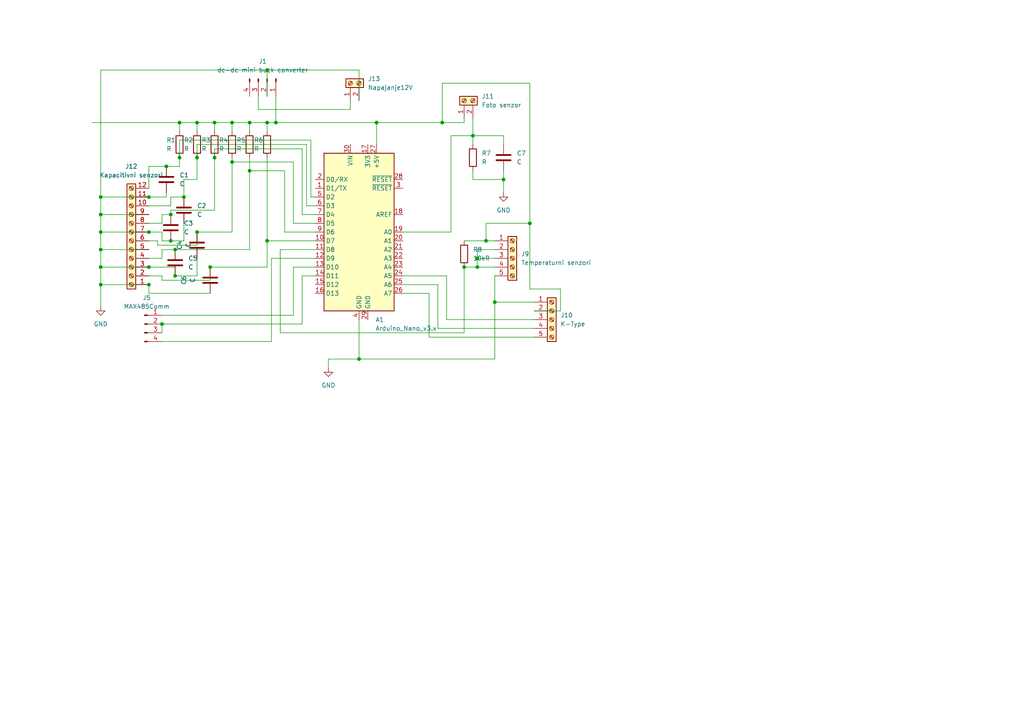
<source format=kicad_sch>
(kicad_sch (version 20230121) (generator eeschema)
  (paper "A4")
  (lib_symbols
    (symbol "Connector:Conn_01x04_Pin" (pin_names (offset 1.016) hide)
      (property "Reference" "J" (at 0 5.08 0))
      (property "Value" "Conn_01x04_Pin" (at 0 -7.62 0))
      (symbol "Conn_01x04_Pin_1_1"
        (polyline (pts (xy 1.27 -5.08) (xy 0.8636 -5.08)) (stroke (width 0.1524)))
        (polyline (pts (xy 1.27 -2.54) (xy 0.8636 -2.54)) (stroke (width 0.1524)))
        (polyline (pts (xy 1.27 0) (xy 0.8636 0)) (stroke (width 0.1524)))
        (polyline (pts (xy 1.27 2.54) (xy 0.8636 2.54)) (stroke (width 0.1524)))
        (rectangle (start 0.8636 -4.953) (end 0 -5.207) (stroke (width 0.1524)) (fill (type outline)))
        (rectangle (start 0.8636 -2.413) (end 0 -2.667) (stroke (width 0.1524)) (fill (type outline)))
        (rectangle (start 0.8636 0.127) (end 0 -0.127) (stroke (width 0.1524)) (fill (type outline)))
        (rectangle (start 0.8636 2.667) (end 0 2.413) (stroke (width 0.1524)) (fill (type outline)))
        (pin passive line (at 5.08 2.54 180) (length 3.81) (name "Pin_1") (number "1"))
        (pin passive line (at 5.08 0 180) (length 3.81) (name "Pin_2") (number "2"))
        (pin passive line (at 5.08 -2.54 180) (length 3.81) (name "Pin_3") (number "3"))
        (pin passive line (at 5.08 -5.08 180) (length 3.81) (name "Pin_4") (number "4"))
      )
    )
    (symbol "Connector:Screw_Terminal_01x02" (pin_names (offset 1.016) hide)
      (property "Reference" "J" (at 0 2.54 0))
      (property "Value" "Screw_Terminal_01x02" (at 0 -5.08 0))
      (symbol "Screw_Terminal_01x02_1_1"
        (rectangle (start -1.27 1.27) (end 1.27 -3.81) (stroke (width 0.254)) (fill (type background)))
        (circle (center 0 -2.54) (radius 0.635) (stroke (width 0.1524)))
        (polyline (pts (xy -0.5334 -2.2098) (xy 0.3302 -3.048)) (stroke (width 0.1524)))
        (polyline (pts (xy -0.5334 0.3302) (xy 0.3302 -0.508)) (stroke (width 0.1524)))
        (polyline (pts (xy -0.3556 -2.032) (xy 0.508 -2.8702)) (stroke (width 0.1524)))
        (polyline (pts (xy -0.3556 0.508) (xy 0.508 -0.3302)) (stroke (width 0.1524)))
        (circle (center 0 0) (radius 0.635) (stroke (width 0.1524)))
        (pin passive line (at -5.08 0 0) (length 3.81) (name "Pin_1") (number "1"))
        (pin passive line (at -5.08 -2.54 0) (length 3.81) (name "Pin_2") (number "2"))
      )
    )
    (symbol "Connector:Screw_Terminal_01x05" (pin_names (offset 1.016) hide)
      (property "Reference" "J" (at 0 7.62 0))
      (property "Value" "Screw_Terminal_01x05" (at 0 -7.62 0))
      (symbol "Screw_Terminal_01x05_1_1"
        (rectangle (start -1.27 6.35) (end 1.27 -6.35) (stroke (width 0.254)) (fill (type background)))
        (circle (center 0 -5.08) (radius 0.635) (stroke (width 0.1524)))
        (circle (center 0 -2.54) (radius 0.635) (stroke (width 0.1524)))
        (polyline (pts (xy -0.5334 -4.7498) (xy 0.3302 -5.588)) (stroke (width 0.1524)))
        (polyline (pts (xy -0.5334 -2.2098) (xy 0.3302 -3.048)) (stroke (width 0.1524)))
        (polyline (pts (xy -0.5334 0.3302) (xy 0.3302 -0.508)) (stroke (width 0.1524)))
        (polyline (pts (xy -0.5334 2.8702) (xy 0.3302 2.032)) (stroke (width 0.1524)))
        (polyline (pts (xy -0.5334 5.4102) (xy 0.3302 4.572)) (stroke (width 0.1524)))
        (polyline (pts (xy -0.3556 -4.572) (xy 0.508 -5.4102)) (stroke (width 0.1524)))
        (polyline (pts (xy -0.3556 -2.032) (xy 0.508 -2.8702)) (stroke (width 0.1524)))
        (polyline (pts (xy -0.3556 0.508) (xy 0.508 -0.3302)) (stroke (width 0.1524)))
        (polyline (pts (xy -0.3556 3.048) (xy 0.508 2.2098)) (stroke (width 0.1524)))
        (polyline (pts (xy -0.3556 5.588) (xy 0.508 4.7498)) (stroke (width 0.1524)))
        (circle (center 0 0) (radius 0.635) (stroke (width 0.1524)))
        (circle (center 0 2.54) (radius 0.635) (stroke (width 0.1524)))
        (circle (center 0 5.08) (radius 0.635) (stroke (width 0.1524)))
        (pin passive line (at -5.08 5.08 0) (length 3.81) (name "Pin_1") (number "1"))
        (pin passive line (at -5.08 2.54 0) (length 3.81) (name "Pin_2") (number "2"))
        (pin passive line (at -5.08 0 0) (length 3.81) (name "Pin_3") (number "3"))
        (pin passive line (at -5.08 -2.54 0) (length 3.81) (name "Pin_4") (number "4"))
        (pin passive line (at -5.08 -5.08 0) (length 3.81) (name "Pin_5") (number "5"))
      )
    )
    (symbol "Connector:Screw_Terminal_01x12" (pin_names (offset 1.016) hide)
      (property "Reference" "J" (at 0 15.24 0))
      (property "Value" "Screw_Terminal_01x12" (at 0 -17.78 0))
      (symbol "Screw_Terminal_01x12_1_1"
        (rectangle (start -1.27 13.97) (end 1.27 -16.51) (stroke (width 0.254)) (fill (type background)))
        (circle (center 0 -15.24) (radius 0.635) (stroke (width 0.1524)))
        (circle (center 0 -12.7) (radius 0.635) (stroke (width 0.1524)))
        (circle (center 0 -10.16) (radius 0.635) (stroke (width 0.1524)))
        (circle (center 0 -7.62) (radius 0.635) (stroke (width 0.1524)))
        (circle (center 0 -5.08) (radius 0.635) (stroke (width 0.1524)))
        (circle (center 0 -2.54) (radius 0.635) (stroke (width 0.1524)))
        (polyline (pts (xy -0.5334 -14.9098) (xy 0.3302 -15.748)) (stroke (width 0.1524)))
        (polyline (pts (xy -0.5334 -12.3698) (xy 0.3302 -13.208)) (stroke (width 0.1524)))
        (polyline (pts (xy -0.5334 -9.8298) (xy 0.3302 -10.668)) (stroke (width 0.1524)))
        (polyline (pts (xy -0.5334 -7.2898) (xy 0.3302 -8.128)) (stroke (width 0.1524)))
        (polyline (pts (xy -0.5334 -4.7498) (xy 0.3302 -5.588)) (stroke (width 0.1524)))
        (polyline (pts (xy -0.5334 -2.2098) (xy 0.3302 -3.048)) (stroke (width 0.1524)))
        (polyline (pts (xy -0.5334 0.3302) (xy 0.3302 -0.508)) (stroke (width 0.1524)))
        (polyline (pts (xy -0.5334 2.8702) (xy 0.3302 2.032)) (stroke (width 0.1524)))
        (polyline (pts (xy -0.5334 5.4102) (xy 0.3302 4.572)) (stroke (width 0.1524)))
        (polyline (pts (xy -0.5334 7.9502) (xy 0.3302 7.112)) (stroke (width 0.1524)))
        (polyline (pts (xy -0.5334 10.4902) (xy 0.3302 9.652)) (stroke (width 0.1524)))
        (polyline (pts (xy -0.5334 13.0302) (xy 0.3302 12.192)) (stroke (width 0.1524)))
        (polyline (pts (xy -0.3556 -14.732) (xy 0.508 -15.5702)) (stroke (width 0.1524)))
        (polyline (pts (xy -0.3556 -12.192) (xy 0.508 -13.0302)) (stroke (width 0.1524)))
        (polyline (pts (xy -0.3556 -9.652) (xy 0.508 -10.4902)) (stroke (width 0.1524)))
        (polyline (pts (xy -0.3556 -7.112) (xy 0.508 -7.9502)) (stroke (width 0.1524)))
        (polyline (pts (xy -0.3556 -4.572) (xy 0.508 -5.4102)) (stroke (width 0.1524)))
        (polyline (pts (xy -0.3556 -2.032) (xy 0.508 -2.8702)) (stroke (width 0.1524)))
        (polyline (pts (xy -0.3556 0.508) (xy 0.508 -0.3302)) (stroke (width 0.1524)))
        (polyline (pts (xy -0.3556 3.048) (xy 0.508 2.2098)) (stroke (width 0.1524)))
        (polyline (pts (xy -0.3556 5.588) (xy 0.508 4.7498)) (stroke (width 0.1524)))
        (polyline (pts (xy -0.3556 8.128) (xy 0.508 7.2898)) (stroke (width 0.1524)))
        (polyline (pts (xy -0.3556 10.668) (xy 0.508 9.8298)) (stroke (width 0.1524)))
        (polyline (pts (xy -0.3556 13.208) (xy 0.508 12.3698)) (stroke (width 0.1524)))
        (circle (center 0 0) (radius 0.635) (stroke (width 0.1524)))
        (circle (center 0 2.54) (radius 0.635) (stroke (width 0.1524)))
        (circle (center 0 5.08) (radius 0.635) (stroke (width 0.1524)))
        (circle (center 0 7.62) (radius 0.635) (stroke (width 0.1524)))
        (circle (center 0 10.16) (radius 0.635) (stroke (width 0.1524)))
        (circle (center 0 12.7) (radius 0.635) (stroke (width 0.1524)))
        (pin passive line (at -5.08 12.7 0) (length 3.81) (name "Pin_1") (number "1"))
        (pin passive line (at -5.08 -10.16 0) (length 3.81) (name "Pin_10") (number "10"))
        (pin passive line (at -5.08 -12.7 0) (length 3.81) (name "Pin_11") (number "11"))
        (pin passive line (at -5.08 -15.24 0) (length 3.81) (name "Pin_12") (number "12"))
        (pin passive line (at -5.08 10.16 0) (length 3.81) (name "Pin_2") (number "2"))
        (pin passive line (at -5.08 7.62 0) (length 3.81) (name "Pin_3") (number "3"))
        (pin passive line (at -5.08 5.08 0) (length 3.81) (name "Pin_4") (number "4"))
        (pin passive line (at -5.08 2.54 0) (length 3.81) (name "Pin_5") (number "5"))
        (pin passive line (at -5.08 0 0) (length 3.81) (name "Pin_6") (number "6"))
        (pin passive line (at -5.08 -2.54 0) (length 3.81) (name "Pin_7") (number "7"))
        (pin passive line (at -5.08 -5.08 0) (length 3.81) (name "Pin_8") (number "8"))
        (pin passive line (at -5.08 -7.62 0) (length 3.81) (name "Pin_9") (number "9"))
      )
    )
    (symbol "Device:C" (pin_numbers hide) (pin_names (offset 0.254))
      (property "Reference" "C" (at 0.635 2.54 0))
      (property "Value" "C" (at 0.635 -2.54 0))
      (symbol "C_0_1"
        (polyline (pts (xy -2.032 -0.762) (xy 2.032 -0.762)) (stroke (width 0.508)))
        (polyline (pts (xy -2.032 0.762) (xy 2.032 0.762)) (stroke (width 0.508)))
      )
      (symbol "C_1_1"
        (pin passive line (at 0 3.81 270) (length 2.794) (name "~") (number "1"))
        (pin passive line (at 0 -3.81 90) (length 2.794) (name "~") (number "2"))
      )
    )
    (symbol "Device:R" (pin_numbers hide) (pin_names (offset 0))
      (property "Reference" "R" (at 2.032 0 90))
      (property "Value" "R" (at 0 0 90))
      (symbol "R_0_1"
        (rectangle (start -1.016 -2.54) (end 1.016 2.54) (stroke (width 0.254)))
      )
      (symbol "R_1_1"
        (pin passive line (at 0 3.81 270) (length 1.27) (name "~") (number "1"))
        (pin passive line (at 0 -3.81 90) (length 1.27) (name "~") (number "2"))
      )
    )
    (symbol "MCU_Module:Arduino_Nano_v3.x"
      (property "Reference" "A" (at -10.16 23.495 0))
      (property "Value" "Arduino_Nano_v3.x" (at 5.08 -24.13 0))
      (symbol "Arduino_Nano_v3.x_0_1"
        (rectangle (start -10.16 22.86) (end 10.16 -22.86) (stroke (width 0.254)) (fill (type background)))
      )
      (symbol "Arduino_Nano_v3.x_1_1"
        (pin bidirectional line (at -12.7 12.7 0) (length 2.54) (name "D1/TX") (number "1"))
        (pin bidirectional line (at -12.7 -2.54 0) (length 2.54) (name "D7") (number "10"))
        (pin bidirectional line (at -12.7 -5.08 0) (length 2.54) (name "D8") (number "11"))
        (pin bidirectional line (at -12.7 -7.62 0) (length 2.54) (name "D9") (number "12"))
        (pin bidirectional line (at -12.7 -10.16 0) (length 2.54) (name "D10") (number "13"))
        (pin bidirectional line (at -12.7 -12.7 0) (length 2.54) (name "D11") (number "14"))
        (pin bidirectional line (at -12.7 -15.24 0) (length 2.54) (name "D12") (number "15"))
        (pin bidirectional line (at -12.7 -17.78 0) (length 2.54) (name "D13") (number "16"))
        (pin power_out line (at 2.54 25.4 270) (length 2.54) (name "3V3") (number "17"))
        (pin input line (at 12.7 5.08 180) (length 2.54) (name "AREF") (number "18"))
        (pin bidirectional line (at 12.7 0 180) (length 2.54) (name "A0") (number "19"))
        (pin bidirectional line (at -12.7 15.24 0) (length 2.54) (name "D0/RX") (number "2"))
        (pin bidirectional line (at 12.7 -2.54 180) (length 2.54) (name "A1") (number "20"))
        (pin bidirectional line (at 12.7 -5.08 180) (length 2.54) (name "A2") (number "21"))
        (pin bidirectional line (at 12.7 -7.62 180) (length 2.54) (name "A3") (number "22"))
        (pin bidirectional line (at 12.7 -10.16 180) (length 2.54) (name "A4") (number "23"))
        (pin bidirectional line (at 12.7 -12.7 180) (length 2.54) (name "A5") (number "24"))
        (pin bidirectional line (at 12.7 -15.24 180) (length 2.54) (name "A6") (number "25"))
        (pin bidirectional line (at 12.7 -17.78 180) (length 2.54) (name "A7") (number "26"))
        (pin power_out line (at 5.08 25.4 270) (length 2.54) (name "+5V") (number "27"))
        (pin input line (at 12.7 15.24 180) (length 2.54) (name "~{RESET}") (number "28"))
        (pin power_in line (at 2.54 -25.4 90) (length 2.54) (name "GND") (number "29"))
        (pin input line (at 12.7 12.7 180) (length 2.54) (name "~{RESET}") (number "3"))
        (pin power_in line (at -2.54 25.4 270) (length 2.54) (name "VIN") (number "30"))
        (pin power_in line (at 0 -25.4 90) (length 2.54) (name "GND") (number "4"))
        (pin bidirectional line (at -12.7 10.16 0) (length 2.54) (name "D2") (number "5"))
        (pin bidirectional line (at -12.7 7.62 0) (length 2.54) (name "D3") (number "6"))
        (pin bidirectional line (at -12.7 5.08 0) (length 2.54) (name "D4") (number "7"))
        (pin bidirectional line (at -12.7 2.54 0) (length 2.54) (name "D5") (number "8"))
        (pin bidirectional line (at -12.7 0 0) (length 2.54) (name "D6") (number "9"))
      )
    )
    (symbol "power:GND" (power) (pin_names (offset 0))
      (property "Value" "GND" (at 0 -3.81 0))
      (symbol "GND_0_1"
        (polyline (pts (xy 0 0) (xy 0 -1.27) (xy 1.27 -1.27) (xy 0 -2.54) (xy -1.27 -1.27) (xy 0 -1.27)))
      )
      (symbol "GND_1_1"
        (pin power_in line (at 0 0 270) (length 0) hide (name "GND") (number "1"))
      )
    )
  )
  (junction (at 137.16 39.37))
  (junction (at 72.39 35.56))
  (junction (at 104.14 104.14))
  (junction (at 48.26 48.26))
  (junction (at 29.21 67.31))
  (junction (at 43.18 67.31))
  (junction (at 46.99 93.98))
  (junction (at 60.96 77.47))
  (junction (at 138.43 77.47))
  (junction (at 80.01 35.56))
  (junction (at 49.53 62.23))
  (junction (at 49.53 69.85))
  (junction (at 50.8 80.01))
  (junction (at 62.23 45.72))
  (junction (at 29.21 72.39))
  (junction (at 128.27 35.56))
  (junction (at 143.51 87.63))
  (junction (at 57.15 45.72))
  (junction (at 134.62 77.47))
  (junction (at 62.23 35.56))
  (junction (at 50.8 72.39))
  (junction (at 57.15 35.56))
  (junction (at 29.21 62.23))
  (junction (at 43.18 57.15))
  (junction (at 77.47 69.85))
  (junction (at 146.05 52.07))
  (junction (at 77.47 20.32))
  (junction (at 72.39 49.53))
  (junction (at 29.21 57.15))
  (junction (at 67.31 35.56))
  (junction (at 57.15 67.31))
  (junction (at 53.34 57.15))
  (junction (at 67.31 46.99))
  (junction (at 109.22 35.56))
  (junction (at 153.67 64.77))
  (junction (at 43.18 82.55))
  (junction (at 43.18 77.47))
  (junction (at 29.21 82.55))
  (junction (at 52.07 45.72))
  (junction (at 77.47 35.56))
  (junction (at 138.43 74.93))
  (junction (at 140.97 69.85))
  (junction (at 52.07 35.56))
  (junction (at 29.21 77.47))
  (wire (pts (xy 109.22 35.56) (xy 80.01 35.56)))
  (wire (pts (xy 57.15 71.12) (xy 45.72 71.12)))
  (wire (pts (xy 87.63 62.23) (xy 91.44 62.23)))
  (wire (pts (xy 67.31 35.56) (xy 72.39 35.56)))
  (wire (pts (xy 140.97 69.85) (xy 143.51 69.85)))
  (wire (pts (xy 124.46 85.09) (xy 124.46 97.79)))
  (wire (pts (xy 53.34 52.07) (xy 57.15 52.07)))
  (wire (pts (xy 67.31 46.99) (xy 85.09 46.99)))
  (wire (pts (xy 153.67 83.82) (xy 162.56 83.82)))
  (wire (pts (xy 85.09 91.44) (xy 85.09 77.47)))
  (wire (pts (xy 77.47 20.32) (xy 77.47 27.94)))
  (wire (pts (xy 62.23 60.96) (xy 49.53 60.96)))
  (wire (pts (xy 50.8 80.01) (xy 50.8 77.47)))
  (wire (pts (xy 60.96 77.47) (xy 60.96 81.28)))
  (wire (pts (xy 138.43 74.93) (xy 143.51 74.93)))
  (wire (pts (xy 62.23 45.72) (xy 62.23 60.96)))
  (wire (pts (xy 82.55 49.53) (xy 72.39 49.53)))
  (wire (pts (xy 109.22 41.91) (xy 109.22 35.56)))
  (wire (pts (xy 62.23 45.72) (xy 62.23 43.18)))
  (wire (pts (xy 88.9 41.91) (xy 88.9 59.69)))
  (wire (pts (xy 104.14 104.14) (xy 95.25 104.14)))
  (wire (pts (xy 43.18 54.61) (xy 43.18 48.26)))
  (wire (pts (xy 43.18 85.09) (xy 43.18 82.55)))
  (wire (pts (xy 78.74 99.06) (xy 78.74 74.93)))
  (wire (pts (xy 57.15 45.72) (xy 57.15 41.91)))
  (wire (pts (xy 146.05 39.37) (xy 146.05 41.91)))
  (wire (pts (xy 57.15 80.01) (xy 50.8 80.01)))
  (wire (pts (xy 53.34 64.77) (xy 53.34 69.85)))
  (wire (pts (xy 138.43 77.47) (xy 143.51 77.47)))
  (wire (pts (xy 137.16 52.07) (xy 146.05 52.07)))
  (wire (pts (xy 57.15 67.31) (xy 57.15 71.12)))
  (wire (pts (xy 46.99 62.23) (xy 46.99 64.77)))
  (wire (pts (xy 128.27 24.13) (xy 153.67 24.13)))
  (wire (pts (xy 124.46 97.79) (xy 154.94 97.79)))
  (wire (pts (xy 104.14 20.32) (xy 104.14 29.21)))
  (wire (pts (xy 45.72 71.12) (xy 45.72 69.85)))
  (wire (pts (xy 109.22 35.56) (xy 128.27 35.56)))
  (wire (pts (xy 134.62 96.52) (xy 134.62 77.47)))
  (wire (pts (xy 29.21 20.32) (xy 29.21 57.15)))
  (wire (pts (xy 82.55 67.31) (xy 82.55 49.53)))
  (wire (pts (xy 57.15 35.56) (xy 62.23 35.56)))
  (wire (pts (xy 74.93 27.94) (xy 74.93 31.75)))
  (wire (pts (xy 137.16 39.37) (xy 146.05 39.37)))
  (wire (pts (xy 78.74 74.93) (xy 91.44 74.93)))
  (wire (pts (xy 46.99 72.39) (xy 46.99 74.93)))
  (wire (pts (xy 134.62 35.56) (xy 134.62 34.29)))
  (wire (pts (xy 67.31 35.56) (xy 67.31 38.1)))
  (wire (pts (xy 154.94 92.71) (xy 129.54 92.71)))
  (wire (pts (xy 90.17 57.15) (xy 91.44 57.15)))
  (wire (pts (xy 137.16 49.53) (xy 137.16 52.07)))
  (wire (pts (xy 128.27 35.56) (xy 128.27 24.13)))
  (wire (pts (xy 67.31 67.31) (xy 57.15 67.31)))
  (wire (pts (xy 81.28 96.52) (xy 134.62 96.52)))
  (wire (pts (xy 74.93 31.75) (xy 101.6 31.75)))
  (wire (pts (xy 57.15 35.56) (xy 57.15 38.1)))
  (wire (pts (xy 46.99 81.28) (xy 46.99 80.01)))
  (wire (pts (xy 49.53 60.96) (xy 49.53 62.23)))
  (wire (pts (xy 162.56 90.17) (xy 154.94 90.17)))
  (wire (pts (xy 72.39 72.39) (xy 72.39 49.53)))
  (wire (pts (xy 77.47 69.85) (xy 77.47 45.72)))
  (wire (pts (xy 46.99 69.85) (xy 49.53 69.85)))
  (wire (pts (xy 116.84 85.09) (xy 124.46 85.09)))
  (wire (pts (xy 50.8 72.39) (xy 72.39 72.39)))
  (wire (pts (xy 95.25 104.14) (xy 95.25 106.68)))
  (wire (pts (xy 88.9 59.69) (xy 91.44 59.69)))
  (wire (pts (xy 29.21 62.23) (xy 43.18 62.23)))
  (wire (pts (xy 43.18 48.26) (xy 48.26 48.26)))
  (wire (pts (xy 52.07 35.56) (xy 57.15 35.56)))
  (wire (pts (xy 46.99 80.01) (xy 43.18 80.01)))
  (wire (pts (xy 57.15 41.91) (xy 88.9 41.91)))
  (wire (pts (xy 62.23 35.56) (xy 62.23 38.1)))
  (wire (pts (xy 140.97 64.77) (xy 140.97 69.85)))
  (wire (pts (xy 29.21 62.23) (xy 29.21 67.31)))
  (wire (pts (xy 52.07 45.72) (xy 52.07 40.64)))
  (wire (pts (xy 154.94 95.25) (xy 127 95.25)))
  (wire (pts (xy 46.99 64.77) (xy 43.18 64.77)))
  (wire (pts (xy 72.39 35.56) (xy 72.39 38.1)))
  (wire (pts (xy 53.34 57.15) (xy 53.34 52.07)))
  (wire (pts (xy 29.21 72.39) (xy 43.18 72.39)))
  (wire (pts (xy 62.23 43.18) (xy 87.63 43.18)))
  (wire (pts (xy 134.62 69.85) (xy 140.97 69.85)))
  (wire (pts (xy 87.63 93.98) (xy 87.63 80.01)))
  (wire (pts (xy 146.05 52.07) (xy 146.05 49.53)))
  (wire (pts (xy 80.01 35.56) (xy 77.47 35.56)))
  (wire (pts (xy 29.21 20.32) (xy 77.47 20.32)))
  (wire (pts (xy 77.47 77.47) (xy 77.47 69.85)))
  (wire (pts (xy 46.99 74.93) (xy 43.18 74.93)))
  (wire (pts (xy 138.43 74.93) (xy 138.43 72.39)))
  (wire (pts (xy 49.53 57.15) (xy 49.53 59.69)))
  (wire (pts (xy 81.28 72.39) (xy 81.28 96.52)))
  (wire (pts (xy 57.15 74.93) (xy 57.15 80.01)))
  (wire (pts (xy 62.23 35.56) (xy 67.31 35.56)))
  (wire (pts (xy 85.09 64.77) (xy 85.09 46.99)))
  (wire (pts (xy 162.56 83.82) (xy 162.56 90.17)))
  (wire (pts (xy 91.44 72.39) (xy 81.28 72.39)))
  (wire (pts (xy 46.99 91.44) (xy 85.09 91.44)))
  (wire (pts (xy 130.81 39.37) (xy 137.16 39.37)))
  (wire (pts (xy 87.63 80.01) (xy 91.44 80.01)))
  (wire (pts (xy 80.01 27.94) (xy 80.01 35.56)))
  (wire (pts (xy 153.67 64.77) (xy 140.97 64.77)))
  (wire (pts (xy 134.62 77.47) (xy 138.43 77.47)))
  (wire (pts (xy 77.47 35.56) (xy 77.47 38.1)))
  (wire (pts (xy 143.51 87.63) (xy 154.94 87.63)))
  (wire (pts (xy 52.07 48.26) (xy 52.07 45.72)))
  (wire (pts (xy 72.39 35.56) (xy 77.47 35.56)))
  (wire (pts (xy 72.39 49.53) (xy 72.39 45.72)))
  (wire (pts (xy 138.43 77.47) (xy 138.43 74.93)))
  (wire (pts (xy 137.16 34.29) (xy 137.16 39.37)))
  (wire (pts (xy 48.26 55.88) (xy 48.26 57.15)))
  (wire (pts (xy 85.09 77.47) (xy 91.44 77.47)))
  (wire (pts (xy 87.63 43.18) (xy 87.63 62.23)))
  (wire (pts (xy 101.6 31.75) (xy 101.6 29.21)))
  (wire (pts (xy 143.51 87.63) (xy 143.51 104.14)))
  (wire (pts (xy 60.96 77.47) (xy 77.47 77.47)))
  (wire (pts (xy 91.44 67.31) (xy 82.55 67.31)))
  (wire (pts (xy 29.21 67.31) (xy 43.18 67.31)))
  (wire (pts (xy 29.21 57.15) (xy 43.18 57.15)))
  (wire (pts (xy 143.51 80.01) (xy 143.51 87.63)))
  (wire (pts (xy 29.21 72.39) (xy 29.21 77.47)))
  (wire (pts (xy 46.99 99.06) (xy 78.74 99.06)))
  (wire (pts (xy 67.31 46.99) (xy 67.31 67.31)))
  (wire (pts (xy 146.05 52.07) (xy 146.05 55.88)))
  (wire (pts (xy 29.21 82.55) (xy 43.18 82.55)))
  (wire (pts (xy 53.34 57.15) (xy 49.53 57.15)))
  (wire (pts (xy 29.21 67.31) (xy 29.21 72.39)))
  (wire (pts (xy 43.18 67.31) (xy 46.99 67.31)))
  (wire (pts (xy 45.72 69.85) (xy 43.18 69.85)))
  (wire (pts (xy 46.99 93.98) (xy 87.63 93.98)))
  (wire (pts (xy 116.84 80.01) (xy 129.54 80.01)))
  (wire (pts (xy 137.16 39.37) (xy 137.16 41.91)))
  (wire (pts (xy 130.81 67.31) (xy 130.81 39.37)))
  (wire (pts (xy 104.14 92.71) (xy 104.14 104.14)))
  (wire (pts (xy 48.26 48.26) (xy 52.07 48.26)))
  (wire (pts (xy 153.67 64.77) (xy 153.67 83.82)))
  (wire (pts (xy 46.99 93.98) (xy 46.99 96.52)))
  (wire (pts (xy 52.07 40.64) (xy 90.17 40.64)))
  (wire (pts (xy 60.96 81.28) (xy 46.99 81.28)))
  (wire (pts (xy 127 95.25) (xy 127 82.55)))
  (wire (pts (xy 153.67 24.13) (xy 153.67 64.77)))
  (wire (pts (xy 43.18 77.47) (xy 50.8 77.47)))
  (wire (pts (xy 49.53 62.23) (xy 46.99 62.23)))
  (wire (pts (xy 116.84 82.55) (xy 127 82.55)))
  (wire (pts (xy 57.15 52.07) (xy 57.15 45.72)))
  (wire (pts (xy 26.67 35.56) (xy 52.07 35.56)))
  (wire (pts (xy 29.21 77.47) (xy 29.21 82.55)))
  (wire (pts (xy 143.51 104.14) (xy 104.14 104.14)))
  (wire (pts (xy 53.34 69.85) (xy 49.53 69.85)))
  (wire (pts (xy 67.31 45.72) (xy 67.31 46.99)))
  (wire (pts (xy 91.44 64.77) (xy 85.09 64.77)))
  (wire (pts (xy 129.54 92.71) (xy 129.54 80.01)))
  (wire (pts (xy 29.21 77.47) (xy 43.18 77.47)))
  (wire (pts (xy 60.96 85.09) (xy 43.18 85.09)))
  (wire (pts (xy 138.43 72.39) (xy 143.51 72.39)))
  (wire (pts (xy 77.47 20.32) (xy 104.14 20.32)))
  (wire (pts (xy 29.21 57.15) (xy 29.21 62.23)))
  (wire (pts (xy 29.21 82.55) (xy 29.21 88.9)))
  (wire (pts (xy 77.47 69.85) (xy 91.44 69.85)))
  (wire (pts (xy 90.17 40.64) (xy 90.17 57.15)))
  (wire (pts (xy 43.18 57.15) (xy 48.26 57.15)))
  (wire (pts (xy 49.53 59.69) (xy 43.18 59.69)))
  (wire (pts (xy 116.84 67.31) (xy 130.81 67.31)))
  (wire (pts (xy 50.8 72.39) (xy 46.99 72.39)))
  (wire (pts (xy 46.99 67.31) (xy 46.99 69.85)))
  (wire (pts (xy 52.07 35.56) (xy 52.07 38.1)))
  (wire (pts (xy 128.27 35.56) (xy 134.62 35.56)))
  (symbol (lib_id "Device:R") (at 52.07 41.91 180) (unit 1)
    (property "Reference" "R1" (at 48.26 40.64 0) (effects (justify right)))
    (property "Value" "R" (at 48.26 43.18 0) (effects (justify right)))
    (property "Footprint" "Resistor_THT:R_Axial_DIN0207_L6.3mm_D2.5mm_P10.16mm_Horizontal" (effects hide))
  )
  (symbol (lib_id "Connector:Conn_01x04_Pin") (at 41.91 93.98 0) (unit 1)
    (property "Reference" "J5" (at 42.545 86.36 0))
    (property "Value" "MAX485Comm" (at 42.545 88.9 0))
    (property "Footprint" "Connector_PinHeader_2.54mm:PinHeader_1x04_P2.54mm_Vertical" (effects hide))
  )
  (symbol (lib_id "power:GND") (at 146.05 55.88 0) (unit 1)
    (property "Reference" "#PWR03" (effects hide))
    (property "Value" "GND" (at 146.05 60.96 0))
  )
  (symbol (lib_id "Device:R") (at 77.47 41.91 180) (unit 1)
    (property "Reference" "R6" (at 73.66 40.64 0) (effects (justify right)))
    (property "Value" "R" (at 73.66 43.18 0) (effects (justify right)))
    (property "Footprint" "Resistor_THT:R_Axial_DIN0207_L6.3mm_D2.5mm_P10.16mm_Horizontal" (effects hide))
  )
  (symbol (lib_id "Device:R") (at 57.15 41.91 180) (unit 1)
    (property "Reference" "R2" (at 53.34 40.64 0) (effects (justify right)))
    (property "Value" "R" (at 53.34 43.18 0) (effects (justify right)))
    (property "Footprint" "Resistor_THT:R_Axial_DIN0207_L6.3mm_D2.5mm_P10.16mm_Horizontal" (effects hide))
  )
  (symbol (lib_id "Device:R") (at 134.62 73.66 0) (unit 1)
    (property "Reference" "R8" (at 137.16 72.39 0) (effects (justify left)))
    (property "Value" "10kR" (at 137.16 74.93 0) (effects (justify left)))
    (property "Footprint" "Resistor_THT:R_Axial_DIN0207_L6.3mm_D2.5mm_P10.16mm_Horizontal" (effects hide))
  )
  (symbol (lib_id "Connector:Screw_Terminal_01x12") (at 38.1 69.85 180) (unit 1)
    (property "Reference" "J12" (at 38.1 48.26 0))
    (property "Value" "Kapacitivni senzori" (at 38.1 50.8 0))
    (property "Footprint" "TerminalBlock_Phoenix:TerminalBlock_Phoenix_MKDS-3-12-5.08_1x12_P5.08mm_Horizontal" (effects hide))
  )
  (symbol (lib_id "Device:C") (at 50.8 76.2 180) (unit 1)
    (property "Reference" "C5" (at 54.61 74.93 0) (effects (justify right)))
    (property "Value" "C" (at 54.61 77.47 0) (effects (justify right)))
    (property "Footprint" "Capacitor_THT:CP_Radial_D5.0mm_P2.00mm" (effects hide))
  )
  (symbol (lib_id "Device:R") (at 67.31 41.91 180) (unit 1)
    (property "Reference" "R4" (at 63.5 40.64 0) (effects (justify right)))
    (property "Value" "R" (at 63.5 43.18 0) (effects (justify right)))
    (property "Footprint" "Resistor_THT:R_Axial_DIN0207_L6.3mm_D2.5mm_P10.16mm_Horizontal" (effects hide))
  )
  (symbol (lib_id "power:GND") (at 29.21 88.9 0) (unit 1)
    (property "Reference" "#PWR01" (effects hide))
    (property "Value" "GND" (at 29.21 93.98 0))
  )
  (symbol (lib_id "Connector:Conn_01x04_Pin") (at 77.47 22.86 270) (unit 1)
    (property "Reference" "J1" (at 76.2 17.78 90))
    (property "Value" "dc-dc mini buck converter" (at 76.2 20.32 90))
    (property "Footprint" "Connector_PinHeader_2.54mm:PinHeader_1x04_P2.54mm_Vertical" (effects hide))
  )
  (symbol (lib_id "Device:R") (at 72.39 41.91 180) (unit 1)
    (property "Reference" "R5" (at 68.58 40.64 0) (effects (justify right)))
    (property "Value" "R" (at 68.58 43.18 0) (effects (justify right)))
    (property "Footprint" "Resistor_THT:R_Axial_DIN0207_L6.3mm_D2.5mm_P10.16mm_Horizontal" (effects hide))
  )
  (symbol (lib_id "Connector:Screw_Terminal_01x02") (at 134.62 29.21 90) (unit 1)
    (property "Reference" "J11" (at 139.7 27.94 90) (effects (justify right)))
    (property "Value" "Foto senzor" (at 139.7 30.48 90) (effects (justify right)))
    (property "Footprint" "TerminalBlock_Phoenix:TerminalBlock_Phoenix_MKDS-1,5-2_1x02_P5.00mm_Horizontal" (effects hide))
  )
  (symbol (lib_id "power:GND") (at 95.25 106.68 0) (unit 1)
    (property "Reference" "#PWR02" (effects hide))
    (property "Value" "GND" (at 95.25 111.76 0))
  )
  (symbol (lib_id "Connector:Screw_Terminal_01x02") (at 101.6 24.13 90) (unit 1)
    (property "Reference" "J13" (at 106.68 22.86 90) (effects (justify right)))
    (property "Value" "Napajanje12V" (at 106.68 25.4 90) (effects (justify right)))
    (property "Footprint" "TerminalBlock_Phoenix:TerminalBlock_Phoenix_MKDS-1,5-2_1x02_P5.00mm_Horizontal" (effects hide))
  )
  (symbol (lib_id "Device:C") (at 48.26 52.07 180) (unit 1)
    (property "Reference" "C1" (at 52.07 50.8 0) (effects (justify right)))
    (property "Value" "C" (at 52.07 53.34 0) (effects (justify right)))
    (property "Footprint" "Capacitor_THT:CP_Radial_D5.0mm_P2.00mm" (effects hide))
  )
  (symbol (lib_id "Connector:Screw_Terminal_01x05") (at 160.02 92.71 0) (unit 1)
    (property "Reference" "J10" (at 162.56 91.44 0) (effects (justify left)))
    (property "Value" "K-Type" (at 162.56 93.98 0) (effects (justify left)))
    (property "Footprint" "TerminalBlock_Phoenix:TerminalBlock_Phoenix_MKDS-1,5-5_1x05_P5.00mm_Horizontal" (effects hide))
  )
  (symbol (lib_id "MCU_Module:Arduino_Nano_v3.x") (at 104.14 67.31 0) (unit 1)
    (property "Reference" "A1" (at 108.8741 92.71 0) (effects (justify left)))
    (property "Value" "Arduino_Nano_v3.x" (at 108.8741 95.25 0) (effects (justify left)))
    (property "Footprint" "Module:Arduino_Nano" (effects hide))
    (property "Datasheet" "http://www.mouser.com/pdfdocs/Gravitech_Arduino_Nano3_0.pdf" (effects hide))
  )
  (symbol (lib_id "Device:C") (at 53.34 60.96 180) (unit 1)
    (property "Reference" "C2" (at 57.15 59.69 0) (effects (justify right)))
    (property "Value" "C" (at 57.15 62.23 0) (effects (justify right)))
    (property "Footprint" "Capacitor_THT:CP_Radial_D5.0mm_P2.00mm" (effects hide))
  )
  (symbol (lib_id "Device:R") (at 137.16 45.72 0) (unit 1)
    (property "Reference" "R7" (at 139.7 44.45 0) (effects (justify left)))
    (property "Value" "R" (at 139.7 46.99 0) (effects (justify left)))
    (property "Footprint" "Resistor_THT:R_Axial_DIN0207_L6.3mm_D2.5mm_P10.16mm_Horizontal" (effects hide))
  )
  (symbol (lib_id "Device:C") (at 146.05 45.72 0) (unit 1)
    (property "Reference" "C7" (at 149.86 44.45 0) (effects (justify left)))
    (property "Value" "C" (at 149.86 46.99 0) (effects (justify left)))
    (property "Footprint" "Capacitor_THT:CP_Radial_D5.0mm_P2.00mm" (effects hide))
  )
  (symbol (lib_id "Device:R") (at 62.23 41.91 180) (unit 1)
    (property "Reference" "R3" (at 58.42 40.64 0) (effects (justify right)))
    (property "Value" "R" (at 58.42 43.18 0) (effects (justify right)))
    (property "Footprint" "Resistor_THT:R_Axial_DIN0207_L6.3mm_D2.5mm_P10.16mm_Horizontal" (effects hide))
  )
  (symbol (lib_id "Connector:Screw_Terminal_01x05") (at 148.59 74.93 0) (unit 1)
    (property "Reference" "J9" (at 151.13 73.66 0) (effects (justify left)))
    (property "Value" "Temperaturni senzori" (at 151.13 76.2 0) (effects (justify left)))
    (property "Footprint" "TerminalBlock_Phoenix:TerminalBlock_Phoenix_MKDS-1,5-5_1x05_P5.00mm_Horizontal" (effects hide))
  )
  (symbol (lib_id "Device:C") (at 57.15 71.12 180) (unit 1)
    (property "Reference" "C4" (at 52.07 71.12 90))
    (property "Value" "C" (at 54.61 71.12 90))
    (property "Footprint" "Capacitor_THT:CP_Radial_D5.0mm_P2.00mm" (effects hide))
  )
  (symbol (lib_id "Device:C") (at 49.53 66.04 180) (unit 1)
    (property "Reference" "C3" (at 53.34 64.77 0) (effects (justify right)))
    (property "Value" "C" (at 53.34 67.31 0) (effects (justify right)))
    (property "Footprint" "Capacitor_THT:CP_Radial_D5.0mm_P2.00mm" (effects hide))
  )
  (symbol (lib_id "Device:C") (at 60.96 81.28 180) (unit 1)
    (property "Reference" "C6" (at 53.34 81.28 90))
    (property "Value" "C" (at 55.88 81.28 90))
    (property "Footprint" "Capacitor_THT:CP_Radial_D5.0mm_P2.00mm" (effects hide))
  )
)
</source>
